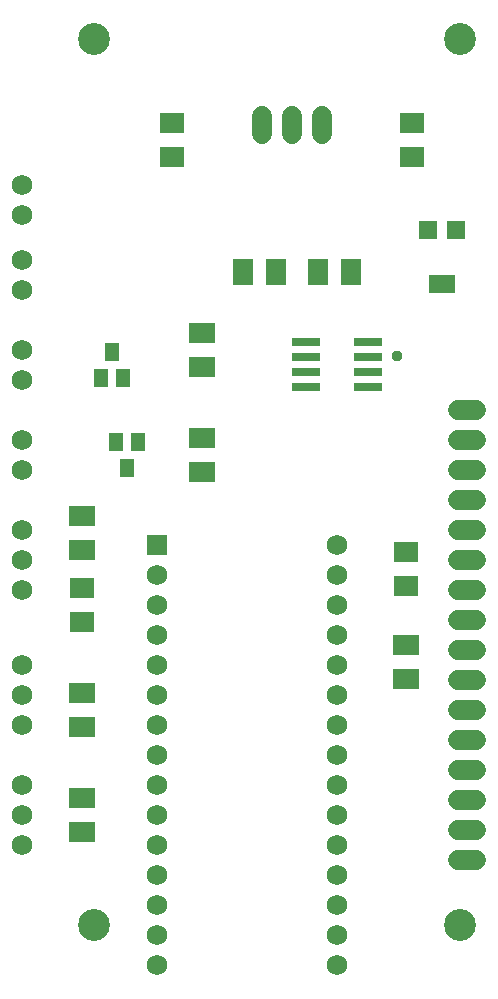
<source format=gbr>
G04 EAGLE Gerber X2 export*
%TF.Part,Single*%
%TF.FileFunction,Soldermask,Top,1*%
%TF.FilePolarity,Negative*%
%TF.GenerationSoftware,Autodesk,EAGLE,9.1.1*%
%TF.CreationDate,2018-08-04T18:42:35Z*%
G75*
%MOMM*%
%FSLAX34Y34*%
%LPD*%
%AMOC8*
5,1,8,0,0,1.08239X$1,22.5*%
G01*
%ADD10R,2.003200X1.803200*%
%ADD11C,1.727200*%
%ADD12R,2.403200X0.803200*%
%ADD13R,2.006200X1.803200*%
%ADD14R,2.203200X1.803200*%
%ADD15R,1.803200X2.203200*%
%ADD16C,1.727200*%
%ADD17R,1.727200X1.727200*%
%ADD18R,1.203200X1.603200*%
%ADD19C,2.703200*%
%ADD20R,2.203200X1.503200*%
%ADD21R,1.503200X1.503200*%
%ADD22C,0.959600*%


D10*
X177800Y750600D03*
X177800Y722600D03*
X381000Y750600D03*
X381000Y722600D03*
D11*
X254000Y741680D02*
X254000Y756920D01*
X279400Y756920D02*
X279400Y741680D01*
X304800Y741680D02*
X304800Y756920D01*
D12*
X291500Y552450D03*
X343500Y552450D03*
X291500Y565150D03*
X291500Y539750D03*
X291500Y527050D03*
X343500Y565150D03*
X343500Y539750D03*
X343500Y527050D03*
D13*
X375920Y359160D03*
X375920Y387600D03*
X101600Y357120D03*
X101600Y328680D03*
D14*
X203200Y572800D03*
X203200Y544800D03*
X203200Y455900D03*
X203200Y483900D03*
X375920Y280640D03*
X375920Y308640D03*
D15*
X237460Y624840D03*
X265460Y624840D03*
X300960Y624840D03*
X328960Y624840D03*
D14*
X101600Y389860D03*
X101600Y417860D03*
X101600Y240000D03*
X101600Y268000D03*
X101600Y179100D03*
X101600Y151100D03*
D16*
X165100Y215900D03*
X165100Y241300D03*
X165100Y266700D03*
X165100Y292100D03*
X165100Y317500D03*
X165100Y342900D03*
D17*
X165100Y393700D03*
D16*
X165100Y190500D03*
X165100Y165100D03*
X165100Y139700D03*
X165100Y114300D03*
X165100Y88900D03*
X165100Y63500D03*
X165100Y38100D03*
X165100Y368300D03*
X317500Y393700D03*
X317500Y368300D03*
X317500Y342900D03*
X317500Y317500D03*
X317500Y292100D03*
X317500Y266700D03*
X317500Y241300D03*
X317500Y215900D03*
X317500Y190500D03*
X317500Y165100D03*
X317500Y139700D03*
X317500Y114300D03*
X317500Y88900D03*
X317500Y63500D03*
X317500Y38100D03*
D18*
X139700Y458900D03*
X130200Y480900D03*
X149200Y480900D03*
D11*
X420280Y127000D02*
X435520Y127000D01*
X435520Y152400D02*
X420280Y152400D01*
X420280Y177800D02*
X435520Y177800D01*
X435520Y203200D02*
X420280Y203200D01*
X420280Y228600D02*
X435520Y228600D01*
X435520Y254000D02*
X420280Y254000D01*
X420280Y279400D02*
X435520Y279400D01*
X435520Y304800D02*
X420280Y304800D01*
X420280Y330200D02*
X435520Y330200D01*
X435520Y355600D02*
X420280Y355600D01*
X420280Y381000D02*
X435520Y381000D01*
X435520Y406400D02*
X420280Y406400D01*
X420280Y431800D02*
X435520Y431800D01*
X435520Y457200D02*
X420280Y457200D01*
X420280Y482600D02*
X435520Y482600D01*
X435520Y508000D02*
X420280Y508000D01*
D19*
X421700Y72000D03*
X111700Y72000D03*
X421700Y822000D03*
X111700Y822000D03*
D20*
X406400Y615040D03*
D21*
X394900Y660040D03*
X417900Y660040D03*
D16*
X50800Y635000D03*
X50800Y609600D03*
X50800Y558800D03*
X50800Y533400D03*
X50800Y482600D03*
X50800Y457200D03*
X50800Y292100D03*
X50800Y266700D03*
X50800Y241300D03*
X50800Y190500D03*
X50800Y165100D03*
X50800Y139700D03*
X50800Y698500D03*
X50800Y673100D03*
X50800Y406400D03*
X50800Y381000D03*
X50800Y355600D03*
D18*
X127000Y557100D03*
X136500Y535100D03*
X117500Y535100D03*
D22*
X368300Y553720D03*
M02*

</source>
